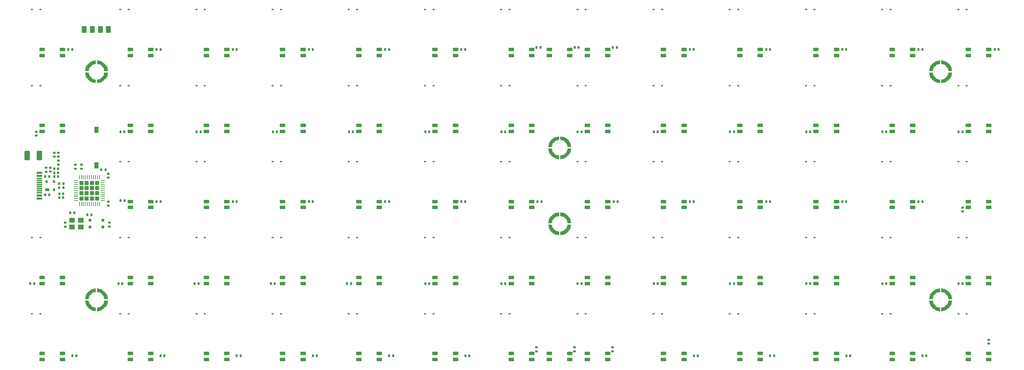
<source format=gbr>
%TF.GenerationSoftware,KiCad,Pcbnew,6.0.11-2627ca5db0~126~ubuntu22.04.1*%
%TF.CreationDate,2023-02-13T08:28:21-04:00*%
%TF.ProjectId,Topo_v0,546f706f-5f76-4302-9e6b-696361645f70,v0*%
%TF.SameCoordinates,Original*%
%TF.FileFunction,Paste,Top*%
%TF.FilePolarity,Positive*%
%FSLAX46Y46*%
G04 Gerber Fmt 4.6, Leading zero omitted, Abs format (unit mm)*
G04 Created by KiCad (PCBNEW 6.0.11-2627ca5db0~126~ubuntu22.04.1) date 2023-02-13 08:28:21*
%MOMM*%
%LPD*%
G01*
G04 APERTURE LIST*
G04 Aperture macros list*
%AMRoundRect*
0 Rectangle with rounded corners*
0 $1 Rounding radius*
0 $2 $3 $4 $5 $6 $7 $8 $9 X,Y pos of 4 corners*
0 Add a 4 corners polygon primitive as box body*
4,1,4,$2,$3,$4,$5,$6,$7,$8,$9,$2,$3,0*
0 Add four circle primitives for the rounded corners*
1,1,$1+$1,$2,$3*
1,1,$1+$1,$4,$5*
1,1,$1+$1,$6,$7*
1,1,$1+$1,$8,$9*
0 Add four rect primitives between the rounded corners*
20,1,$1+$1,$2,$3,$4,$5,0*
20,1,$1+$1,$4,$5,$6,$7,0*
20,1,$1+$1,$6,$7,$8,$9,0*
20,1,$1+$1,$8,$9,$2,$3,0*%
G04 Aperture macros list end*
%ADD10C,0.120000*%
%ADD11R,0.600000X0.450000*%
%ADD12RoundRect,0.140000X0.140000X0.170000X-0.140000X0.170000X-0.140000X-0.170000X0.140000X-0.170000X0*%
%ADD13RoundRect,0.140000X-0.140000X-0.170000X0.140000X-0.170000X0.140000X0.170000X-0.140000X0.170000X0*%
%ADD14RoundRect,0.205000X-0.495000X-0.205000X0.495000X-0.205000X0.495000X0.205000X-0.495000X0.205000X0*%
%ADD15RoundRect,0.205000X0.495000X0.205000X-0.495000X0.205000X-0.495000X-0.205000X0.495000X-0.205000X0*%
%ADD16RoundRect,0.312500X0.312500X-0.562500X0.312500X0.562500X-0.312500X0.562500X-0.312500X-0.562500X0*%
%ADD17RoundRect,0.140000X-0.170000X0.140000X-0.170000X-0.140000X0.170000X-0.140000X0.170000X0.140000X0*%
%ADD18RoundRect,0.135000X-0.135000X-0.185000X0.135000X-0.185000X0.135000X0.185000X-0.135000X0.185000X0*%
%ADD19R,1.100000X1.500000*%
%ADD20RoundRect,0.140000X0.170000X-0.140000X0.170000X0.140000X-0.170000X0.140000X-0.170000X-0.140000X0*%
%ADD21R,1.400000X1.200000*%
%ADD22RoundRect,0.250000X-0.275000X-0.275000X0.275000X-0.275000X0.275000X0.275000X-0.275000X0.275000X0*%
%ADD23RoundRect,0.062500X-0.475000X-0.062500X0.475000X-0.062500X0.475000X0.062500X-0.475000X0.062500X0*%
%ADD24RoundRect,0.062500X-0.062500X-0.475000X0.062500X-0.475000X0.062500X0.475000X-0.062500X0.475000X0*%
%ADD25RoundRect,0.135000X-0.185000X0.135000X-0.185000X-0.135000X0.185000X-0.135000X0.185000X0.135000X0*%
%ADD26R,0.700000X0.750000*%
%ADD27R,1.000000X0.700000*%
%ADD28R,0.600000X0.700000*%
%ADD29RoundRect,0.135000X0.135000X0.185000X-0.135000X0.185000X-0.135000X-0.185000X0.135000X-0.185000X0*%
%ADD30RoundRect,0.250000X-0.412500X-0.925000X0.412500X-0.925000X0.412500X0.925000X-0.412500X0.925000X0*%
%ADD31RoundRect,0.135000X0.185000X-0.135000X0.185000X0.135000X-0.185000X0.135000X-0.185000X-0.135000X0*%
%ADD32RoundRect,0.147500X-0.172500X0.147500X-0.172500X-0.147500X0.172500X-0.147500X0.172500X0.147500X0*%
%ADD33R,1.450000X0.600000*%
%ADD34R,1.450000X0.300000*%
G04 APERTURE END LIST*
%TO.C,H6*%
G36*
X249700000Y-40500000D02*
G01*
X250500000Y-41300000D01*
X251300000Y-41500000D01*
X251300000Y-42300000D01*
X250300000Y-42100000D01*
X249500000Y-41500000D01*
X248900000Y-40700000D01*
X248700000Y-39700000D01*
X249500000Y-39700000D01*
X249700000Y-40500000D01*
G37*
D10*
X249700000Y-40500000D02*
X250500000Y-41300000D01*
X251300000Y-41500000D01*
X251300000Y-42300000D01*
X250300000Y-42100000D01*
X249500000Y-41500000D01*
X248900000Y-40700000D01*
X248700000Y-39700000D01*
X249500000Y-39700000D01*
X249700000Y-40500000D01*
G36*
X251300000Y-37500000D02*
G01*
X250500000Y-37700000D01*
X249700000Y-38500000D01*
X249500000Y-39300000D01*
X248700000Y-39300000D01*
X248900000Y-38300000D01*
X249500000Y-37500000D01*
X250300000Y-36900000D01*
X251300000Y-36700000D01*
X251300000Y-37500000D01*
G37*
X251300000Y-37500000D02*
X250500000Y-37700000D01*
X249700000Y-38500000D01*
X249500000Y-39300000D01*
X248700000Y-39300000D01*
X248900000Y-38300000D01*
X249500000Y-37500000D01*
X250300000Y-36900000D01*
X251300000Y-36700000D01*
X251300000Y-37500000D01*
G36*
X252700000Y-36900000D02*
G01*
X253500000Y-37500000D01*
X254100000Y-38300000D01*
X254300000Y-39300000D01*
X253500000Y-39300000D01*
X253300000Y-38500000D01*
X252500000Y-37700000D01*
X251700000Y-37500000D01*
X251700000Y-36700000D01*
X252700000Y-36900000D01*
G37*
X252700000Y-36900000D02*
X253500000Y-37500000D01*
X254100000Y-38300000D01*
X254300000Y-39300000D01*
X253500000Y-39300000D01*
X253300000Y-38500000D01*
X252500000Y-37700000D01*
X251700000Y-37500000D01*
X251700000Y-36700000D01*
X252700000Y-36900000D01*
G36*
X254100000Y-40700000D02*
G01*
X253500000Y-41500000D01*
X252700000Y-42100000D01*
X251700000Y-42300000D01*
X251700000Y-41500000D01*
X252500000Y-41300000D01*
X253300000Y-40500000D01*
X253500000Y-39700000D01*
X254300000Y-39700000D01*
X254100000Y-40700000D01*
G37*
X254100000Y-40700000D02*
X253500000Y-41500000D01*
X252700000Y-42100000D01*
X251700000Y-42300000D01*
X251700000Y-41500000D01*
X252500000Y-41300000D01*
X253300000Y-40500000D01*
X253500000Y-39700000D01*
X254300000Y-39700000D01*
X254100000Y-40700000D01*
%TO.C,H1*%
G36*
X43600000Y-97700000D02*
G01*
X43000000Y-98500000D01*
X42200000Y-99100000D01*
X41200000Y-99300000D01*
X41200000Y-98500000D01*
X42000000Y-98300000D01*
X42800000Y-97500000D01*
X43000000Y-96700000D01*
X43800000Y-96700000D01*
X43600000Y-97700000D01*
G37*
X43600000Y-97700000D02*
X43000000Y-98500000D01*
X42200000Y-99100000D01*
X41200000Y-99300000D01*
X41200000Y-98500000D01*
X42000000Y-98300000D01*
X42800000Y-97500000D01*
X43000000Y-96700000D01*
X43800000Y-96700000D01*
X43600000Y-97700000D01*
G36*
X42200000Y-93900000D02*
G01*
X43000000Y-94500000D01*
X43600000Y-95300000D01*
X43800000Y-96300000D01*
X43000000Y-96300000D01*
X42800000Y-95500000D01*
X42000000Y-94700000D01*
X41200000Y-94500000D01*
X41200000Y-93700000D01*
X42200000Y-93900000D01*
G37*
X42200000Y-93900000D02*
X43000000Y-94500000D01*
X43600000Y-95300000D01*
X43800000Y-96300000D01*
X43000000Y-96300000D01*
X42800000Y-95500000D01*
X42000000Y-94700000D01*
X41200000Y-94500000D01*
X41200000Y-93700000D01*
X42200000Y-93900000D01*
G36*
X40800000Y-94500000D02*
G01*
X40000000Y-94700000D01*
X39200000Y-95500000D01*
X39000000Y-96300000D01*
X38200000Y-96300000D01*
X38400000Y-95300000D01*
X39000000Y-94500000D01*
X39800000Y-93900000D01*
X40800000Y-93700000D01*
X40800000Y-94500000D01*
G37*
X40800000Y-94500000D02*
X40000000Y-94700000D01*
X39200000Y-95500000D01*
X39000000Y-96300000D01*
X38200000Y-96300000D01*
X38400000Y-95300000D01*
X39000000Y-94500000D01*
X39800000Y-93900000D01*
X40800000Y-93700000D01*
X40800000Y-94500000D01*
G36*
X39200000Y-97500000D02*
G01*
X40000000Y-98300000D01*
X40800000Y-98500000D01*
X40800000Y-99300000D01*
X39800000Y-99100000D01*
X39000000Y-98500000D01*
X38400000Y-97700000D01*
X38200000Y-96700000D01*
X39000000Y-96700000D01*
X39200000Y-97500000D01*
G37*
X39200000Y-97500000D02*
X40000000Y-98300000D01*
X40800000Y-98500000D01*
X40800000Y-99300000D01*
X39800000Y-99100000D01*
X39000000Y-98500000D01*
X38400000Y-97700000D01*
X38200000Y-96700000D01*
X39000000Y-96700000D01*
X39200000Y-97500000D01*
%TO.C,H3*%
G36*
X156300000Y-75500000D02*
G01*
X155500000Y-75700000D01*
X154700000Y-76500000D01*
X154500000Y-77300000D01*
X153700000Y-77300000D01*
X153900000Y-76300000D01*
X154500000Y-75500000D01*
X155300000Y-74900000D01*
X156300000Y-74700000D01*
X156300000Y-75500000D01*
G37*
X156300000Y-75500000D02*
X155500000Y-75700000D01*
X154700000Y-76500000D01*
X154500000Y-77300000D01*
X153700000Y-77300000D01*
X153900000Y-76300000D01*
X154500000Y-75500000D01*
X155300000Y-74900000D01*
X156300000Y-74700000D01*
X156300000Y-75500000D01*
G36*
X154700000Y-78500000D02*
G01*
X155500000Y-79300000D01*
X156300000Y-79500000D01*
X156300000Y-80300000D01*
X155300000Y-80100000D01*
X154500000Y-79500000D01*
X153900000Y-78700000D01*
X153700000Y-77700000D01*
X154500000Y-77700000D01*
X154700000Y-78500000D01*
G37*
X154700000Y-78500000D02*
X155500000Y-79300000D01*
X156300000Y-79500000D01*
X156300000Y-80300000D01*
X155300000Y-80100000D01*
X154500000Y-79500000D01*
X153900000Y-78700000D01*
X153700000Y-77700000D01*
X154500000Y-77700000D01*
X154700000Y-78500000D01*
G36*
X159100000Y-78700000D02*
G01*
X158500000Y-79500000D01*
X157700000Y-80100000D01*
X156700000Y-80300000D01*
X156700000Y-79500000D01*
X157500000Y-79300000D01*
X158300000Y-78500000D01*
X158500000Y-77700000D01*
X159300000Y-77700000D01*
X159100000Y-78700000D01*
G37*
X159100000Y-78700000D02*
X158500000Y-79500000D01*
X157700000Y-80100000D01*
X156700000Y-80300000D01*
X156700000Y-79500000D01*
X157500000Y-79300000D01*
X158300000Y-78500000D01*
X158500000Y-77700000D01*
X159300000Y-77700000D01*
X159100000Y-78700000D01*
G36*
X157700000Y-74900000D02*
G01*
X158500000Y-75500000D01*
X159100000Y-76300000D01*
X159300000Y-77300000D01*
X158500000Y-77300000D01*
X158300000Y-76500000D01*
X157500000Y-75700000D01*
X156700000Y-75500000D01*
X156700000Y-74700000D01*
X157700000Y-74900000D01*
G37*
X157700000Y-74900000D02*
X158500000Y-75500000D01*
X159100000Y-76300000D01*
X159300000Y-77300000D01*
X158500000Y-77300000D01*
X158300000Y-76500000D01*
X157500000Y-75700000D01*
X156700000Y-75500000D01*
X156700000Y-74700000D01*
X157700000Y-74900000D01*
%TO.C,H4*%
G36*
X159100000Y-59700000D02*
G01*
X158500000Y-60500000D01*
X157700000Y-61100000D01*
X156700000Y-61300000D01*
X156700000Y-60500000D01*
X157500000Y-60300000D01*
X158300000Y-59500000D01*
X158500000Y-58700000D01*
X159300000Y-58700000D01*
X159100000Y-59700000D01*
G37*
X159100000Y-59700000D02*
X158500000Y-60500000D01*
X157700000Y-61100000D01*
X156700000Y-61300000D01*
X156700000Y-60500000D01*
X157500000Y-60300000D01*
X158300000Y-59500000D01*
X158500000Y-58700000D01*
X159300000Y-58700000D01*
X159100000Y-59700000D01*
G36*
X156300000Y-56500000D02*
G01*
X155500000Y-56700000D01*
X154700000Y-57500000D01*
X154500000Y-58300000D01*
X153700000Y-58300000D01*
X153900000Y-57300000D01*
X154500000Y-56500000D01*
X155300000Y-55900000D01*
X156300000Y-55700000D01*
X156300000Y-56500000D01*
G37*
X156300000Y-56500000D02*
X155500000Y-56700000D01*
X154700000Y-57500000D01*
X154500000Y-58300000D01*
X153700000Y-58300000D01*
X153900000Y-57300000D01*
X154500000Y-56500000D01*
X155300000Y-55900000D01*
X156300000Y-55700000D01*
X156300000Y-56500000D01*
G36*
X154700000Y-59500000D02*
G01*
X155500000Y-60300000D01*
X156300000Y-60500000D01*
X156300000Y-61300000D01*
X155300000Y-61100000D01*
X154500000Y-60500000D01*
X153900000Y-59700000D01*
X153700000Y-58700000D01*
X154500000Y-58700000D01*
X154700000Y-59500000D01*
G37*
X154700000Y-59500000D02*
X155500000Y-60300000D01*
X156300000Y-60500000D01*
X156300000Y-61300000D01*
X155300000Y-61100000D01*
X154500000Y-60500000D01*
X153900000Y-59700000D01*
X153700000Y-58700000D01*
X154500000Y-58700000D01*
X154700000Y-59500000D01*
G36*
X157700000Y-55900000D02*
G01*
X158500000Y-56500000D01*
X159100000Y-57300000D01*
X159300000Y-58300000D01*
X158500000Y-58300000D01*
X158300000Y-57500000D01*
X157500000Y-56700000D01*
X156700000Y-56500000D01*
X156700000Y-55700000D01*
X157700000Y-55900000D01*
G37*
X157700000Y-55900000D02*
X158500000Y-56500000D01*
X159100000Y-57300000D01*
X159300000Y-58300000D01*
X158500000Y-58300000D01*
X158300000Y-57500000D01*
X157500000Y-56700000D01*
X156700000Y-56500000D01*
X156700000Y-55700000D01*
X157700000Y-55900000D01*
%TO.C,H2*%
G36*
X252700000Y-93900000D02*
G01*
X253500000Y-94500000D01*
X254100000Y-95300000D01*
X254300000Y-96300000D01*
X253500000Y-96300000D01*
X253300000Y-95500000D01*
X252500000Y-94700000D01*
X251700000Y-94500000D01*
X251700000Y-93700000D01*
X252700000Y-93900000D01*
G37*
X252700000Y-93900000D02*
X253500000Y-94500000D01*
X254100000Y-95300000D01*
X254300000Y-96300000D01*
X253500000Y-96300000D01*
X253300000Y-95500000D01*
X252500000Y-94700000D01*
X251700000Y-94500000D01*
X251700000Y-93700000D01*
X252700000Y-93900000D01*
G36*
X249700000Y-97500000D02*
G01*
X250500000Y-98300000D01*
X251300000Y-98500000D01*
X251300000Y-99300000D01*
X250300000Y-99100000D01*
X249500000Y-98500000D01*
X248900000Y-97700000D01*
X248700000Y-96700000D01*
X249500000Y-96700000D01*
X249700000Y-97500000D01*
G37*
X249700000Y-97500000D02*
X250500000Y-98300000D01*
X251300000Y-98500000D01*
X251300000Y-99300000D01*
X250300000Y-99100000D01*
X249500000Y-98500000D01*
X248900000Y-97700000D01*
X248700000Y-96700000D01*
X249500000Y-96700000D01*
X249700000Y-97500000D01*
G36*
X251300000Y-94500000D02*
G01*
X250500000Y-94700000D01*
X249700000Y-95500000D01*
X249500000Y-96300000D01*
X248700000Y-96300000D01*
X248900000Y-95300000D01*
X249500000Y-94500000D01*
X250300000Y-93900000D01*
X251300000Y-93700000D01*
X251300000Y-94500000D01*
G37*
X251300000Y-94500000D02*
X250500000Y-94700000D01*
X249700000Y-95500000D01*
X249500000Y-96300000D01*
X248700000Y-96300000D01*
X248900000Y-95300000D01*
X249500000Y-94500000D01*
X250300000Y-93900000D01*
X251300000Y-93700000D01*
X251300000Y-94500000D01*
G36*
X254100000Y-97700000D02*
G01*
X253500000Y-98500000D01*
X252700000Y-99100000D01*
X251700000Y-99300000D01*
X251700000Y-98500000D01*
X252500000Y-98300000D01*
X253300000Y-97500000D01*
X253500000Y-96700000D01*
X254300000Y-96700000D01*
X254100000Y-97700000D01*
G37*
X254100000Y-97700000D02*
X253500000Y-98500000D01*
X252700000Y-99100000D01*
X251700000Y-99300000D01*
X251700000Y-98500000D01*
X252500000Y-98300000D01*
X253300000Y-97500000D01*
X253500000Y-96700000D01*
X254300000Y-96700000D01*
X254100000Y-97700000D01*
%TO.C,H5*%
G36*
X39200000Y-40500000D02*
G01*
X40000000Y-41300000D01*
X40800000Y-41500000D01*
X40800000Y-42300000D01*
X39800000Y-42100000D01*
X39000000Y-41500000D01*
X38400000Y-40700000D01*
X38200000Y-39700000D01*
X39000000Y-39700000D01*
X39200000Y-40500000D01*
G37*
X39200000Y-40500000D02*
X40000000Y-41300000D01*
X40800000Y-41500000D01*
X40800000Y-42300000D01*
X39800000Y-42100000D01*
X39000000Y-41500000D01*
X38400000Y-40700000D01*
X38200000Y-39700000D01*
X39000000Y-39700000D01*
X39200000Y-40500000D01*
G36*
X43600000Y-40700000D02*
G01*
X43000000Y-41500000D01*
X42200000Y-42100000D01*
X41200000Y-42300000D01*
X41200000Y-41500000D01*
X42000000Y-41300000D01*
X42800000Y-40500000D01*
X43000000Y-39700000D01*
X43800000Y-39700000D01*
X43600000Y-40700000D01*
G37*
X43600000Y-40700000D02*
X43000000Y-41500000D01*
X42200000Y-42100000D01*
X41200000Y-42300000D01*
X41200000Y-41500000D01*
X42000000Y-41300000D01*
X42800000Y-40500000D01*
X43000000Y-39700000D01*
X43800000Y-39700000D01*
X43600000Y-40700000D01*
G36*
X42200000Y-36900000D02*
G01*
X43000000Y-37500000D01*
X43600000Y-38300000D01*
X43800000Y-39300000D01*
X43000000Y-39300000D01*
X42800000Y-38500000D01*
X42000000Y-37700000D01*
X41200000Y-37500000D01*
X41200000Y-36700000D01*
X42200000Y-36900000D01*
G37*
X42200000Y-36900000D02*
X43000000Y-37500000D01*
X43600000Y-38300000D01*
X43800000Y-39300000D01*
X43000000Y-39300000D01*
X42800000Y-38500000D01*
X42000000Y-37700000D01*
X41200000Y-37500000D01*
X41200000Y-36700000D01*
X42200000Y-36900000D01*
G36*
X40800000Y-37500000D02*
G01*
X40000000Y-37700000D01*
X39200000Y-38500000D01*
X39000000Y-39300000D01*
X38200000Y-39300000D01*
X38400000Y-38300000D01*
X39000000Y-37500000D01*
X39800000Y-36900000D01*
X40800000Y-36700000D01*
X40800000Y-37500000D01*
G37*
X40800000Y-37500000D02*
X40000000Y-37700000D01*
X39200000Y-38500000D01*
X39000000Y-39300000D01*
X38200000Y-39300000D01*
X38400000Y-38300000D01*
X39000000Y-37500000D01*
X39800000Y-36900000D01*
X40800000Y-36700000D01*
X40800000Y-37500000D01*
%TD*%
D11*
%TO.C,D21*%
X163050000Y-81000000D03*
X160950000Y-81000000D03*
%TD*%
%TO.C,D49*%
X220050000Y-43000000D03*
X217950000Y-43000000D03*
%TD*%
%TO.C,D6*%
X125050000Y-100000000D03*
X122950000Y-100000000D03*
%TD*%
D12*
%TO.C,C54*%
X47980000Y-54500000D03*
X47020000Y-54500000D03*
%TD*%
D11*
%TO.C,D50*%
X239050000Y-43000000D03*
X236950000Y-43000000D03*
%TD*%
D12*
%TO.C,C60*%
X161980000Y-54500000D03*
X161020000Y-54500000D03*
%TD*%
D13*
%TO.C,C23*%
X190020000Y-110500000D03*
X190980000Y-110500000D03*
%TD*%
D14*
%TO.C,D73*%
X168550000Y-109950000D03*
X168550000Y-111450000D03*
X163450000Y-111450000D03*
X163450000Y-109950000D03*
%TD*%
D13*
%TO.C,C77*%
X227020000Y-34000000D03*
X227980000Y-34000000D03*
%TD*%
D11*
%TO.C,D47*%
X182050000Y-43000000D03*
X179950000Y-43000000D03*
%TD*%
D15*
%TO.C,D87*%
X182450000Y-92450000D03*
X182450000Y-90950000D03*
X187550000Y-90950000D03*
X187550000Y-92450000D03*
%TD*%
%TO.C,D80*%
X49450000Y-92450000D03*
X49450000Y-90950000D03*
X54550000Y-90950000D03*
X54550000Y-92450000D03*
%TD*%
D11*
%TO.C,D34*%
X182050000Y-62000000D03*
X179950000Y-62000000D03*
%TD*%
D14*
%TO.C,D119*%
X73550000Y-33950000D03*
X73550000Y-35450000D03*
X68450000Y-35450000D03*
X68450000Y-33950000D03*
%TD*%
D11*
%TO.C,D16*%
X68050000Y-81000000D03*
X65950000Y-81000000D03*
%TD*%
%TO.C,D28*%
X68050000Y-62000000D03*
X65950000Y-62000000D03*
%TD*%
%TO.C,D5*%
X106050000Y-100000000D03*
X103950000Y-100000000D03*
%TD*%
D13*
%TO.C,C17*%
X95000000Y-110500000D03*
X95960000Y-110500000D03*
%TD*%
D11*
%TO.C,D15*%
X49050000Y-81000000D03*
X46950000Y-81000000D03*
%TD*%
D15*
%TO.C,D103*%
X258450000Y-73450000D03*
X258450000Y-71950000D03*
X263550000Y-71950000D03*
X263550000Y-73450000D03*
%TD*%
%TO.C,D89*%
X220450000Y-92450000D03*
X220450000Y-90950000D03*
X225550000Y-90950000D03*
X225550000Y-92450000D03*
%TD*%
D13*
%TO.C,C6*%
X31770000Y-70000000D03*
X32730000Y-70000000D03*
%TD*%
D14*
%TO.C,D67*%
X73550000Y-109950000D03*
X73550000Y-111450000D03*
X68450000Y-111450000D03*
X68450000Y-109950000D03*
%TD*%
D16*
%TO.C,J1*%
X38000000Y-29000000D03*
X40000000Y-29000000D03*
X42000000Y-29000000D03*
X44000000Y-29000000D03*
%TD*%
D17*
%TO.C,C10*%
X44000000Y-65020000D03*
X44000000Y-65980000D03*
%TD*%
D13*
%TO.C,C75*%
X189020000Y-34000000D03*
X189980000Y-34000000D03*
%TD*%
D11*
%TO.C,D14*%
X27050000Y-81000000D03*
X24950000Y-81000000D03*
%TD*%
D13*
%TO.C,C69*%
X94020000Y-34000000D03*
X94980000Y-34000000D03*
%TD*%
%TO.C,C41*%
X56020000Y-72000000D03*
X56980000Y-72000000D03*
%TD*%
D12*
%TO.C,C29*%
X47480000Y-92500000D03*
X46520000Y-92500000D03*
%TD*%
%TO.C,C61*%
X180980000Y-54500000D03*
X180020000Y-54500000D03*
%TD*%
D14*
%TO.C,D128*%
X225550000Y-33950000D03*
X225550000Y-35450000D03*
X220450000Y-35450000D03*
X220450000Y-33950000D03*
%TD*%
D12*
%TO.C,C33*%
X123980000Y-92500000D03*
X123020000Y-92500000D03*
%TD*%
D14*
%TO.C,D65*%
X32550000Y-109950000D03*
X32550000Y-111450000D03*
X27450000Y-111450000D03*
X27450000Y-109950000D03*
%TD*%
D15*
%TO.C,D88*%
X201450000Y-92450000D03*
X201450000Y-90950000D03*
X206550000Y-90950000D03*
X206550000Y-92450000D03*
%TD*%
D11*
%TO.C,D33*%
X163050000Y-62000000D03*
X160950000Y-62000000D03*
%TD*%
D15*
%TO.C,D86*%
X163450000Y-92450000D03*
X163450000Y-90950000D03*
X168550000Y-90950000D03*
X168550000Y-92450000D03*
%TD*%
D11*
%TO.C,D19*%
X125050000Y-81000000D03*
X122950000Y-81000000D03*
%TD*%
%TO.C,D36*%
X220050000Y-62000000D03*
X217950000Y-62000000D03*
%TD*%
D12*
%TO.C,C31*%
X85480000Y-92500000D03*
X84520000Y-92500000D03*
%TD*%
D14*
%TO.C,D72*%
X159050000Y-109950000D03*
X159050000Y-111450000D03*
X153950000Y-111450000D03*
X153950000Y-109950000D03*
%TD*%
D12*
%TO.C,C65*%
X256980000Y-54500000D03*
X256020000Y-54500000D03*
%TD*%
D11*
%TO.C,D41*%
X68050000Y-43000000D03*
X65950000Y-43000000D03*
%TD*%
%TO.C,D1*%
X27050000Y-100000000D03*
X24950000Y-100000000D03*
%TD*%
D15*
%TO.C,D85*%
X144450000Y-92450000D03*
X144450000Y-90950000D03*
X149550000Y-90950000D03*
X149550000Y-92450000D03*
%TD*%
D11*
%TO.C,D7*%
X144050000Y-100000000D03*
X141950000Y-100000000D03*
%TD*%
%TO.C,D56*%
X106050000Y-24000000D03*
X103950000Y-24000000D03*
%TD*%
D13*
%TO.C,C25*%
X228020000Y-110500000D03*
X228980000Y-110500000D03*
%TD*%
D14*
%TO.C,D130*%
X263550000Y-33950000D03*
X263550000Y-35450000D03*
X258450000Y-35450000D03*
X258450000Y-33950000D03*
%TD*%
%TO.C,D74*%
X187550000Y-109950000D03*
X187550000Y-111450000D03*
X182450000Y-111450000D03*
X182450000Y-109950000D03*
%TD*%
D12*
%TO.C,C64*%
X237980000Y-54500000D03*
X237020000Y-54500000D03*
%TD*%
D11*
%TO.C,D17*%
X87050000Y-81000000D03*
X84950000Y-81000000D03*
%TD*%
D14*
%TO.C,D122*%
X130550000Y-33950000D03*
X130550000Y-35450000D03*
X125450000Y-35450000D03*
X125450000Y-33950000D03*
%TD*%
D11*
%TO.C,D13*%
X258050000Y-100000000D03*
X255950000Y-100000000D03*
%TD*%
D13*
%TO.C,C14*%
X35020000Y-110500000D03*
X35980000Y-110500000D03*
%TD*%
D14*
%TO.C,D99*%
X187550000Y-71950000D03*
X187550000Y-73450000D03*
X182450000Y-73450000D03*
X182450000Y-71950000D03*
%TD*%
D17*
%TO.C,C53*%
X26000000Y-54520000D03*
X26000000Y-55480000D03*
%TD*%
D15*
%TO.C,D113*%
X201450000Y-54450000D03*
X201450000Y-52950000D03*
X206550000Y-52950000D03*
X206550000Y-54450000D03*
%TD*%
%TO.C,D106*%
X68450000Y-54450000D03*
X68450000Y-52950000D03*
X73550000Y-52950000D03*
X73550000Y-54450000D03*
%TD*%
D11*
%TO.C,D38*%
X258050000Y-62000000D03*
X255950000Y-62000000D03*
%TD*%
D12*
%TO.C,C28*%
X25480000Y-92500000D03*
X24520000Y-92500000D03*
%TD*%
D14*
%TO.C,D75*%
X206550000Y-109950000D03*
X206550000Y-111450000D03*
X201450000Y-111450000D03*
X201450000Y-109950000D03*
%TD*%
D18*
%TO.C,R4*%
X28240000Y-65750000D03*
X29260000Y-65750000D03*
%TD*%
D14*
%TO.C,D102*%
X244550000Y-71950000D03*
X244550000Y-73450000D03*
X239450000Y-73450000D03*
X239450000Y-71950000D03*
%TD*%
%TO.C,D70*%
X130550000Y-109950000D03*
X130550000Y-111450000D03*
X125450000Y-111450000D03*
X125450000Y-109950000D03*
%TD*%
%TO.C,D94*%
X92550000Y-71950000D03*
X92550000Y-73450000D03*
X87450000Y-73450000D03*
X87450000Y-71950000D03*
%TD*%
D12*
%TO.C,C57*%
X104980000Y-54500000D03*
X104020000Y-54500000D03*
%TD*%
D11*
%TO.C,D24*%
X220050000Y-81000000D03*
X217950000Y-81000000D03*
%TD*%
D13*
%TO.C,C79*%
X265020000Y-34000000D03*
X265980000Y-34000000D03*
%TD*%
D12*
%TO.C,C35*%
X161980000Y-92500000D03*
X161020000Y-92500000D03*
%TD*%
D14*
%TO.C,D124*%
X159050000Y-33950000D03*
X159050000Y-35450000D03*
X153950000Y-35450000D03*
X153950000Y-33950000D03*
%TD*%
D11*
%TO.C,D64*%
X258050000Y-24000000D03*
X255950000Y-24000000D03*
%TD*%
D12*
%TO.C,C58*%
X123980000Y-54500000D03*
X123020000Y-54500000D03*
%TD*%
D13*
%TO.C,C16*%
X76020000Y-110500000D03*
X76980000Y-110500000D03*
%TD*%
D11*
%TO.C,D8*%
X163050000Y-100000000D03*
X160950000Y-100000000D03*
%TD*%
D13*
%TO.C,C18*%
X114020000Y-110500000D03*
X114980000Y-110500000D03*
%TD*%
%TO.C,C76*%
X208020000Y-34000000D03*
X208980000Y-34000000D03*
%TD*%
D14*
%TO.C,D96*%
X130550000Y-71950000D03*
X130550000Y-73450000D03*
X125450000Y-73450000D03*
X125450000Y-71950000D03*
%TD*%
D13*
%TO.C,C70*%
X113020000Y-34000000D03*
X113980000Y-34000000D03*
%TD*%
D11*
%TO.C,D31*%
X125050000Y-62000000D03*
X122950000Y-62000000D03*
%TD*%
D14*
%TO.C,D125*%
X168550000Y-33950000D03*
X168550000Y-35450000D03*
X163450000Y-35450000D03*
X163450000Y-33950000D03*
%TD*%
D13*
%TO.C,C74*%
X169827836Y-33500000D03*
X170787836Y-33500000D03*
%TD*%
D12*
%TO.C,C59*%
X142980000Y-54500000D03*
X142020000Y-54500000D03*
%TD*%
%TO.C,C55*%
X66980000Y-54500000D03*
X66020000Y-54500000D03*
%TD*%
D14*
%TO.C,D121*%
X111550000Y-33950000D03*
X111550000Y-35450000D03*
X106450000Y-35450000D03*
X106450000Y-33950000D03*
%TD*%
D12*
%TO.C,C2*%
X31480000Y-65750000D03*
X30520000Y-65750000D03*
%TD*%
D13*
%TO.C,C48*%
X189020000Y-72000000D03*
X189980000Y-72000000D03*
%TD*%
D19*
%TO.C,SW2*%
X41000000Y-62950000D03*
X41000000Y-54050000D03*
%TD*%
D11*
%TO.C,D59*%
X163050000Y-24000000D03*
X160950000Y-24000000D03*
%TD*%
D14*
%TO.C,D127*%
X206550000Y-33950000D03*
X206550000Y-35450000D03*
X201450000Y-35450000D03*
X201450000Y-33950000D03*
%TD*%
D11*
%TO.C,D9*%
X182050000Y-100000000D03*
X179950000Y-100000000D03*
%TD*%
D20*
%TO.C,C22*%
X169750000Y-109380000D03*
X169750000Y-108420000D03*
%TD*%
D13*
%TO.C,C68*%
X75020000Y-34000000D03*
X75980000Y-34000000D03*
%TD*%
D11*
%TO.C,D18*%
X106050000Y-81000000D03*
X103950000Y-81000000D03*
%TD*%
D21*
%TO.C,Y1*%
X37100000Y-76650000D03*
X34900000Y-76650000D03*
X34900000Y-78350000D03*
X37100000Y-78350000D03*
%TD*%
D12*
%TO.C,C81*%
X39730000Y-75250000D03*
X38770000Y-75250000D03*
%TD*%
D13*
%TO.C,C43*%
X94020000Y-72000000D03*
X94980000Y-72000000D03*
%TD*%
D12*
%TO.C,C39*%
X237980000Y-92500000D03*
X237020000Y-92500000D03*
%TD*%
D11*
%TO.C,D54*%
X68050000Y-24000000D03*
X65950000Y-24000000D03*
%TD*%
D15*
%TO.C,D104*%
X27450000Y-54450000D03*
X27450000Y-52950000D03*
X32550000Y-52950000D03*
X32550000Y-54450000D03*
%TD*%
D11*
%TO.C,D42*%
X87050000Y-43000000D03*
X84950000Y-43000000D03*
%TD*%
%TO.C,D57*%
X125050000Y-24000000D03*
X122950000Y-24000000D03*
%TD*%
D17*
%TO.C,C80*%
X29500000Y-63520000D03*
X29500000Y-64480000D03*
%TD*%
D12*
%TO.C,C9*%
X35480000Y-74750000D03*
X34520000Y-74750000D03*
%TD*%
D11*
%TO.C,D22*%
X182050000Y-81000000D03*
X179950000Y-81000000D03*
%TD*%
%TO.C,D20*%
X144050000Y-81000000D03*
X141950000Y-81000000D03*
%TD*%
D13*
%TO.C,C71*%
X132020000Y-34000000D03*
X132980000Y-34000000D03*
%TD*%
D15*
%TO.C,D83*%
X106450000Y-92450000D03*
X106450000Y-90950000D03*
X111550000Y-90950000D03*
X111550000Y-92450000D03*
%TD*%
D17*
%TO.C,C11*%
X44000000Y-72020000D03*
X44000000Y-72980000D03*
%TD*%
D15*
%TO.C,D82*%
X87450000Y-92450000D03*
X87450000Y-90950000D03*
X92550000Y-90950000D03*
X92550000Y-92450000D03*
%TD*%
D11*
%TO.C,D48*%
X201050000Y-43000000D03*
X198950000Y-43000000D03*
%TD*%
D14*
%TO.C,D97*%
X149550000Y-71950000D03*
X149550000Y-73450000D03*
X144450000Y-73450000D03*
X144450000Y-71950000D03*
%TD*%
D22*
%TO.C,U1*%
X37300000Y-67300000D03*
X38600000Y-68600000D03*
X39900000Y-67300000D03*
X41200000Y-69900000D03*
X38600000Y-69900000D03*
X41200000Y-71200000D03*
X38600000Y-71200000D03*
X41200000Y-67300000D03*
X39900000Y-71200000D03*
X39900000Y-68600000D03*
X39900000Y-69900000D03*
X38600000Y-67300000D03*
X37300000Y-68600000D03*
X41200000Y-68600000D03*
X37300000Y-69900000D03*
X37300000Y-71200000D03*
D23*
X35912500Y-66750000D03*
X35912500Y-67250000D03*
X35912500Y-67750000D03*
X35912500Y-68250000D03*
X35912500Y-68750000D03*
X35912500Y-69250000D03*
X35912500Y-69750000D03*
X35912500Y-70250000D03*
X35912500Y-70750000D03*
X35912500Y-71250000D03*
X35912500Y-71750000D03*
D24*
X36750000Y-72587500D03*
X37250000Y-72587500D03*
X37750000Y-72587500D03*
X38250000Y-72587500D03*
X38750000Y-72587500D03*
X39250000Y-72587500D03*
X39750000Y-72587500D03*
X40250000Y-72587500D03*
X40750000Y-72587500D03*
X41250000Y-72587500D03*
X41750000Y-72587500D03*
D23*
X42587500Y-71750000D03*
X42587500Y-71250000D03*
X42587500Y-70750000D03*
X42587500Y-70250000D03*
X42587500Y-69750000D03*
X42587500Y-69250000D03*
X42587500Y-68750000D03*
X42587500Y-68250000D03*
X42587500Y-67750000D03*
X42587500Y-67250000D03*
X42587500Y-66750000D03*
D24*
X41750000Y-65912500D03*
X41250000Y-65912500D03*
X40750000Y-65912500D03*
X40250000Y-65912500D03*
X39750000Y-65912500D03*
X39250000Y-65912500D03*
X38750000Y-65912500D03*
X38250000Y-65912500D03*
X37750000Y-65912500D03*
X37250000Y-65912500D03*
X36750000Y-65912500D03*
%TD*%
D11*
%TO.C,D12*%
X239050000Y-100000000D03*
X236950000Y-100000000D03*
%TD*%
%TO.C,D30*%
X106050000Y-62000000D03*
X103950000Y-62000000D03*
%TD*%
D13*
%TO.C,C42*%
X75020000Y-72000000D03*
X75980000Y-72000000D03*
%TD*%
D14*
%TO.C,D71*%
X149550000Y-109950000D03*
X149550000Y-111450000D03*
X144450000Y-111450000D03*
X144450000Y-109950000D03*
%TD*%
D15*
%TO.C,D107*%
X87450000Y-54450000D03*
X87450000Y-52950000D03*
X92550000Y-52950000D03*
X92550000Y-54450000D03*
%TD*%
D13*
%TO.C,C19*%
X133020000Y-110500000D03*
X133980000Y-110500000D03*
%TD*%
%TO.C,C24*%
X209020000Y-110500000D03*
X209980000Y-110500000D03*
%TD*%
D12*
%TO.C,C36*%
X180980000Y-92500000D03*
X180020000Y-92500000D03*
%TD*%
D13*
%TO.C,C15*%
X57020000Y-110500000D03*
X57980000Y-110500000D03*
%TD*%
D11*
%TO.C,D63*%
X239050000Y-24000000D03*
X236950000Y-24000000D03*
%TD*%
D13*
%TO.C,C78*%
X246020000Y-34000000D03*
X246980000Y-34000000D03*
%TD*%
D14*
%TO.C,D101*%
X225550000Y-71950000D03*
X225550000Y-73450000D03*
X220450000Y-73450000D03*
X220450000Y-71950000D03*
%TD*%
%TO.C,D118*%
X54550000Y-33950000D03*
X54550000Y-35450000D03*
X49450000Y-35450000D03*
X49450000Y-33950000D03*
%TD*%
%TO.C,D78*%
X263550000Y-109950000D03*
X263550000Y-111450000D03*
X258450000Y-111450000D03*
X258450000Y-109950000D03*
%TD*%
D13*
%TO.C,C45*%
X132020000Y-72000000D03*
X132980000Y-72000000D03*
%TD*%
D14*
%TO.C,D77*%
X244550000Y-109950000D03*
X244550000Y-111450000D03*
X239450000Y-111450000D03*
X239450000Y-109950000D03*
%TD*%
D20*
%TO.C,C13*%
X37250000Y-63730000D03*
X37250000Y-62770000D03*
%TD*%
D11*
%TO.C,D25*%
X239050000Y-81000000D03*
X236950000Y-81000000D03*
%TD*%
%TO.C,D29*%
X87050000Y-62000000D03*
X84950000Y-62000000D03*
%TD*%
D15*
%TO.C,D90*%
X239450000Y-92450000D03*
X239450000Y-90950000D03*
X244550000Y-90950000D03*
X244550000Y-92450000D03*
%TD*%
D11*
%TO.C,D60*%
X182050000Y-24000000D03*
X179950000Y-24000000D03*
%TD*%
D12*
%TO.C,C38*%
X218980000Y-92500000D03*
X218020000Y-92500000D03*
%TD*%
D13*
%TO.C,C73*%
X160270000Y-33500000D03*
X161230000Y-33500000D03*
%TD*%
D14*
%TO.C,D69*%
X111550000Y-109950000D03*
X111550000Y-111450000D03*
X106450000Y-111450000D03*
X106450000Y-109950000D03*
%TD*%
D25*
%TO.C,R1*%
X28500000Y-63490000D03*
X28500000Y-64510000D03*
%TD*%
D14*
%TO.C,D68*%
X92550000Y-109950000D03*
X92550000Y-111450000D03*
X87450000Y-111450000D03*
X87450000Y-109950000D03*
%TD*%
D15*
%TO.C,D84*%
X125450000Y-92450000D03*
X125450000Y-90950000D03*
X130550000Y-90950000D03*
X130550000Y-92450000D03*
%TD*%
D13*
%TO.C,C72*%
X150770000Y-33500000D03*
X151730000Y-33500000D03*
%TD*%
D12*
%TO.C,C30*%
X66480000Y-92500000D03*
X65520000Y-92500000D03*
%TD*%
D11*
%TO.C,D26*%
X258050000Y-81000000D03*
X255950000Y-81000000D03*
%TD*%
%TO.C,D43*%
X106050000Y-43000000D03*
X103950000Y-43000000D03*
%TD*%
%TO.C,D52*%
X27050000Y-24000000D03*
X24950000Y-24000000D03*
%TD*%
%TO.C,D51*%
X258050000Y-43000000D03*
X255950000Y-43000000D03*
%TD*%
%TO.C,D39*%
X27050000Y-43000000D03*
X24950000Y-43000000D03*
%TD*%
D13*
%TO.C,C46*%
X151020000Y-72000000D03*
X151980000Y-72000000D03*
%TD*%
D14*
%TO.C,D95*%
X111550000Y-71950000D03*
X111550000Y-73450000D03*
X106450000Y-73450000D03*
X106450000Y-71950000D03*
%TD*%
D18*
%TO.C,R5*%
X28240000Y-70250000D03*
X29260000Y-70250000D03*
%TD*%
D26*
%TO.C,SW1*%
X39400000Y-76675000D03*
X42600000Y-76675000D03*
X39400000Y-78325000D03*
X42600000Y-78325000D03*
%TD*%
D27*
%TO.C,TVS1*%
X28750000Y-69000000D03*
D28*
X30450000Y-69000000D03*
X30450000Y-67000000D03*
X28550000Y-67000000D03*
%TD*%
D13*
%TO.C,C47*%
X170020000Y-72000000D03*
X170980000Y-72000000D03*
%TD*%
D17*
%TO.C,C52*%
X257000000Y-73520000D03*
X257000000Y-74480000D03*
%TD*%
D20*
%TO.C,C27*%
X263500000Y-107480000D03*
X263500000Y-106520000D03*
%TD*%
D13*
%TO.C,C50*%
X227020000Y-72000000D03*
X227980000Y-72000000D03*
%TD*%
D11*
%TO.C,D55*%
X87050000Y-24000000D03*
X84950000Y-24000000D03*
%TD*%
D12*
%TO.C,C56*%
X85980000Y-54500000D03*
X85020000Y-54500000D03*
%TD*%
D15*
%TO.C,D116*%
X258450000Y-54450000D03*
X258450000Y-52950000D03*
X263550000Y-52950000D03*
X263550000Y-54450000D03*
%TD*%
D14*
%TO.C,D120*%
X92550000Y-33950000D03*
X92550000Y-35450000D03*
X87450000Y-35450000D03*
X87450000Y-33950000D03*
%TD*%
D11*
%TO.C,D27*%
X49050000Y-62000000D03*
X46950000Y-62000000D03*
%TD*%
%TO.C,D35*%
X201050000Y-62000000D03*
X198950000Y-62000000D03*
%TD*%
D20*
%TO.C,C12*%
X35750000Y-63730000D03*
X35750000Y-62770000D03*
%TD*%
D13*
%TO.C,C44*%
X113020000Y-72000000D03*
X113980000Y-72000000D03*
%TD*%
D15*
%TO.C,D110*%
X144450000Y-54450000D03*
X144450000Y-52950000D03*
X149550000Y-52950000D03*
X149550000Y-54450000D03*
%TD*%
D11*
%TO.C,D4*%
X87050000Y-100000000D03*
X84950000Y-100000000D03*
%TD*%
D14*
%TO.C,D93*%
X73550000Y-71950000D03*
X73550000Y-73450000D03*
X68450000Y-73450000D03*
X68450000Y-71950000D03*
%TD*%
D12*
%TO.C,C34*%
X142980000Y-92500000D03*
X142020000Y-92500000D03*
%TD*%
D13*
%TO.C,C4*%
X30520000Y-63750000D03*
X31480000Y-63750000D03*
%TD*%
D14*
%TO.C,D98*%
X168550000Y-71950000D03*
X168550000Y-73450000D03*
X163450000Y-73450000D03*
X163450000Y-71950000D03*
%TD*%
D11*
%TO.C,D58*%
X144050000Y-24000000D03*
X141950000Y-24000000D03*
%TD*%
D15*
%TO.C,D115*%
X239450000Y-54450000D03*
X239450000Y-52950000D03*
X244550000Y-52950000D03*
X244550000Y-54450000D03*
%TD*%
%TO.C,D105*%
X49450000Y-54450000D03*
X49450000Y-52950000D03*
X54550000Y-52950000D03*
X54550000Y-54450000D03*
%TD*%
D11*
%TO.C,D62*%
X220050000Y-24000000D03*
X217950000Y-24000000D03*
%TD*%
D13*
%TO.C,C51*%
X246020000Y-72000000D03*
X246980000Y-72000000D03*
%TD*%
D14*
%TO.C,D100*%
X206550000Y-71950000D03*
X206550000Y-73450000D03*
X201450000Y-73450000D03*
X201450000Y-71950000D03*
%TD*%
D12*
%TO.C,C32*%
X104480000Y-92500000D03*
X103520000Y-92500000D03*
%TD*%
D14*
%TO.C,D126*%
X187550000Y-33950000D03*
X187550000Y-35450000D03*
X182450000Y-35450000D03*
X182450000Y-33950000D03*
%TD*%
D12*
%TO.C,C3*%
X31480000Y-64750000D03*
X30520000Y-64750000D03*
%TD*%
D11*
%TO.C,D23*%
X201050000Y-81000000D03*
X198950000Y-81000000D03*
%TD*%
D15*
%TO.C,D109*%
X125450000Y-54450000D03*
X125450000Y-52950000D03*
X130550000Y-52950000D03*
X130550000Y-54450000D03*
%TD*%
%TO.C,D112*%
X182450000Y-54450000D03*
X182450000Y-52950000D03*
X187550000Y-52950000D03*
X187550000Y-54450000D03*
%TD*%
D11*
%TO.C,D46*%
X163050000Y-43000000D03*
X160950000Y-43000000D03*
%TD*%
D17*
%TO.C,C5*%
X30500000Y-59770000D03*
X30500000Y-60730000D03*
%TD*%
D13*
%TO.C,C7*%
X31770000Y-71000000D03*
X32730000Y-71000000D03*
%TD*%
D14*
%TO.C,D129*%
X244550000Y-33950000D03*
X244550000Y-35450000D03*
X239450000Y-35450000D03*
X239450000Y-33950000D03*
%TD*%
%TO.C,D117*%
X32550000Y-33950000D03*
X32550000Y-35450000D03*
X27450000Y-35450000D03*
X27450000Y-33950000D03*
%TD*%
D13*
%TO.C,C67*%
X56020000Y-34000000D03*
X56980000Y-34000000D03*
%TD*%
D11*
%TO.C,D3*%
X68050000Y-100000000D03*
X65950000Y-100000000D03*
%TD*%
D12*
%TO.C,C37*%
X199980000Y-92500000D03*
X199020000Y-92500000D03*
%TD*%
D11*
%TO.C,D53*%
X49050000Y-24000000D03*
X46950000Y-24000000D03*
%TD*%
D15*
%TO.C,D79*%
X27450000Y-92450000D03*
X27450000Y-90950000D03*
X32550000Y-90950000D03*
X32550000Y-92450000D03*
%TD*%
D14*
%TO.C,D92*%
X54550000Y-71950000D03*
X54550000Y-73450000D03*
X49450000Y-73450000D03*
X49450000Y-71950000D03*
%TD*%
D11*
%TO.C,D10*%
X201050000Y-100000000D03*
X198950000Y-100000000D03*
%TD*%
D15*
%TO.C,D91*%
X258450000Y-92450000D03*
X258450000Y-90950000D03*
X263550000Y-90950000D03*
X263550000Y-92450000D03*
%TD*%
D13*
%TO.C,C49*%
X208020000Y-72000000D03*
X208980000Y-72000000D03*
%TD*%
D15*
%TO.C,D81*%
X68450000Y-92450000D03*
X68450000Y-90950000D03*
X73550000Y-90950000D03*
X73550000Y-92450000D03*
%TD*%
D14*
%TO.C,D123*%
X149550000Y-33950000D03*
X149550000Y-35450000D03*
X144450000Y-35450000D03*
X144450000Y-33950000D03*
%TD*%
D12*
%TO.C,C63*%
X218980000Y-54500000D03*
X218020000Y-54500000D03*
%TD*%
D29*
%TO.C,R8*%
X32760000Y-67500000D03*
X31740000Y-67500000D03*
%TD*%
D18*
%TO.C,R3*%
X42240000Y-64000000D03*
X43260000Y-64000000D03*
%TD*%
%TO.C,R6*%
X46990000Y-71750000D03*
X48010000Y-71750000D03*
%TD*%
D30*
%TO.C,C1*%
X23712500Y-60500000D03*
X26787500Y-60500000D03*
%TD*%
D11*
%TO.C,D32*%
X144050000Y-62000000D03*
X141950000Y-62000000D03*
%TD*%
D15*
%TO.C,D108*%
X106450000Y-54450000D03*
X106450000Y-52950000D03*
X111550000Y-52950000D03*
X111550000Y-54450000D03*
%TD*%
D29*
%TO.C,R7*%
X32760000Y-68500000D03*
X31740000Y-68500000D03*
%TD*%
D31*
%TO.C,R2*%
X44250000Y-78260000D03*
X44250000Y-77240000D03*
%TD*%
D14*
%TO.C,D76*%
X225550000Y-109950000D03*
X225550000Y-111450000D03*
X220450000Y-111450000D03*
X220450000Y-109950000D03*
%TD*%
D12*
%TO.C,C62*%
X199980000Y-54500000D03*
X199020000Y-54500000D03*
%TD*%
D32*
%TO.C,FB1*%
X31500000Y-61765000D03*
X31500000Y-62735000D03*
%TD*%
D17*
%TO.C,C82*%
X33250000Y-77270000D03*
X33250000Y-78230000D03*
%TD*%
D15*
%TO.C,D114*%
X220450000Y-54450000D03*
X220450000Y-52950000D03*
X225550000Y-52950000D03*
X225550000Y-54450000D03*
%TD*%
D11*
%TO.C,D40*%
X49050000Y-43000000D03*
X46950000Y-43000000D03*
%TD*%
D14*
%TO.C,D66*%
X54550000Y-109950000D03*
X54550000Y-111450000D03*
X49450000Y-111450000D03*
X49450000Y-109950000D03*
%TD*%
D12*
%TO.C,C40*%
X256980000Y-92500000D03*
X256020000Y-92500000D03*
%TD*%
D20*
%TO.C,C8*%
X31500000Y-60730000D03*
X31500000Y-59770000D03*
%TD*%
D11*
%TO.C,D2*%
X49050000Y-100000000D03*
X46950000Y-100000000D03*
%TD*%
%TO.C,D61*%
X201050000Y-24000000D03*
X198950000Y-24000000D03*
%TD*%
D13*
%TO.C,C26*%
X247020000Y-110500000D03*
X247980000Y-110500000D03*
%TD*%
D11*
%TO.C,D11*%
X220050000Y-100000000D03*
X217950000Y-100000000D03*
%TD*%
%TO.C,D37*%
X239050000Y-62000000D03*
X236950000Y-62000000D03*
%TD*%
D20*
%TO.C,C21*%
X160250000Y-109380000D03*
X160250000Y-108420000D03*
%TD*%
D15*
%TO.C,D111*%
X163450000Y-54450000D03*
X163450000Y-52950000D03*
X168550000Y-52950000D03*
X168550000Y-54450000D03*
%TD*%
D11*
%TO.C,D45*%
X144050000Y-43000000D03*
X141950000Y-43000000D03*
%TD*%
%TO.C,D44*%
X125050000Y-43000000D03*
X122950000Y-43000000D03*
%TD*%
D13*
%TO.C,C66*%
X34020000Y-34000000D03*
X34980000Y-34000000D03*
%TD*%
D33*
%TO.C,P1*%
X26795000Y-64750000D03*
X26795000Y-65550000D03*
D34*
X26795000Y-66750000D03*
X26795000Y-67750000D03*
X26795000Y-68250000D03*
X26795000Y-69250000D03*
D33*
X26795000Y-70450000D03*
X26795000Y-71250000D03*
X26795000Y-71250000D03*
X26795000Y-70450000D03*
D34*
X26795000Y-69750000D03*
X26795000Y-68750000D03*
X26795000Y-67250000D03*
X26795000Y-66250000D03*
D33*
X26795000Y-65550000D03*
X26795000Y-64750000D03*
%TD*%
D20*
%TO.C,C20*%
X150750000Y-109380000D03*
X150750000Y-108420000D03*
%TD*%
M02*

</source>
